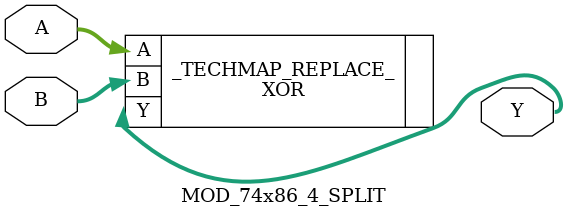
<source format=v>
module MOD_74x04_1 (A, Y);

parameter A_SIGNED = 0;
parameter A_WIDTH = 0;
parameter Y_WIDTH = 0;

input A;
output Y;

NOT _TECHMAP_REPLACE_(.A(A), .Y(Y));

endmodule



module MOD_74x04_2 (A, Y);

parameter A_SIGNED = 0;
parameter A_WIDTH = 0;
parameter Y_WIDTH = 0;

input [1:0] A;
output [1:0]Y;

NOT _TECHMAP_REPLACE_(.A(A), .Y(Y));

endmodule

module MOD_74x04_2_SPLIT (A, Y);

parameter A_SIGNED = 0;
parameter A_WIDTH = 0;
parameter Y_WIDTH = 0;

input [1:0] A;
output [1:0]Y;

NOT _TECHMAP_REPLACE_(.A(A), .Y(Y));

endmodule
module MOD_74x04_3 (A, Y);

parameter A_SIGNED = 0;
parameter A_WIDTH = 0;
parameter Y_WIDTH = 0;

input [2:0] A;
output [2:0]Y;

NOT _TECHMAP_REPLACE_(.A(A), .Y(Y));

endmodule

module MOD_74x04_3_SPLIT (A, Y);

parameter A_SIGNED = 0;
parameter A_WIDTH = 0;
parameter Y_WIDTH = 0;

input [2:0] A;
output [2:0]Y;

NOT _TECHMAP_REPLACE_(.A(A), .Y(Y));

endmodule


module MOD_74x04_4 (A, Y);

parameter A_SIGNED = 0;
parameter A_WIDTH = 0;
parameter Y_WIDTH = 0;

input [3:0] A;
output [3:0]Y;

NOT _TECHMAP_REPLACE_(.A(A), .Y(Y));

endmodule

module MOD_74x04_4_SPLIT (A, Y);

parameter A_SIGNED = 0;
parameter A_WIDTH = 0;
parameter Y_WIDTH = 0;

input [3:0] A;
output [3:0]Y;

NOT _TECHMAP_REPLACE_(.A(A), .Y(Y));

endmodule
module MOD_74x04_5 (A, Y);

parameter A_SIGNED = 0;
parameter A_WIDTH = 0;
parameter Y_WIDTH = 0;

input [4:0] A;
output [4:0]Y;

NOT _TECHMAP_REPLACE_(.A(A), .Y(Y));

endmodule

module MOD_74x04_5_SPLIT (A, Y);

parameter A_SIGNED = 0;
parameter A_WIDTH = 0;
parameter Y_WIDTH = 0;

input [4:0] A;
output [4:0]Y;

NOT _TECHMAP_REPLACE_(.A(A), .Y(Y));

endmodule
module MOD_74x04_6 (A, Y);

parameter A_SIGNED = 0;
parameter A_WIDTH = 0;
parameter Y_WIDTH = 0;

input [5:0] A;
output [5:0]Y;

NOT _TECHMAP_REPLACE_(.A(A), .Y(Y));

endmodule

module MOD_74x04_6_SPLIT (A, Y);

parameter A_SIGNED = 0;
parameter A_WIDTH = 0;
parameter Y_WIDTH = 0;

input [5:0] A;
output [5:0]Y;

NOT _TECHMAP_REPLACE_(.A(A), .Y(Y));

endmodule

module MOD_74x08_1 (A, B, Y);

parameter A_SIGNED = 0;
parameter B_SIGNED = 0;
parameter A_WIDTH = 0;
parameter B_WIDTH = 0;
parameter Y_WIDTH = 0;

input A;
input B;
output Y;

AND _TECHMAP_REPLACE_(.A(A), .B(B), .Y(Y));

endmodule
module MOD_74x08_2 (A, B, Y);

parameter A_SIGNED = 0;
parameter B_SIGNED = 0;
parameter A_WIDTH = 0;
parameter B_WIDTH = 0;
parameter Y_WIDTH = 0;

input [1:0] A;
input [1:0] B;
output [1:0] Y;

AND _TECHMAP_REPLACE_(.A(A), .B(B), .Y(Y));

endmodule

module MOD_74x08_2_SPLIT (A, B, Y);

parameter A_SIGNED = 0;
parameter B_SIGNED = 0;
parameter A_WIDTH = 0;
parameter B_WIDTH = 0;
parameter Y_WIDTH = 0;

input [1:0] A;
input [1:0] B;
output [1:0] Y;


AND _TECHMAP_REPLACE_(.A(A), .B(B), .Y(Y));

endmodule
module MOD_74x08_3 (A, B, Y);

parameter A_SIGNED = 0;
parameter B_SIGNED = 0;
parameter A_WIDTH = 0;
parameter B_WIDTH = 0;
parameter Y_WIDTH = 0;

input [2:0] A;
input [2:0] B;
output [2:0] Y;

AND _TECHMAP_REPLACE_(.A(A), .B(B), .Y(Y));

endmodule

module MOD_74x08_3_SPLIT (A, B, Y);

parameter A_SIGNED = 0;
parameter B_SIGNED = 0;
parameter A_WIDTH = 0;
parameter B_WIDTH = 0;
parameter Y_WIDTH = 0;

input [2:0] A;
input [2:0] B;
output [2:0] Y;


AND _TECHMAP_REPLACE_(.A(A), .B(B), .Y(Y));

endmodule
module MOD_74x08_4 (A, B, Y);

parameter A_SIGNED = 0;
parameter B_SIGNED = 0;
parameter A_WIDTH = 0;
parameter B_WIDTH = 0;
parameter Y_WIDTH = 0;

input [3:0] A;
input [3:0] B;
output [3:0] Y;

AND _TECHMAP_REPLACE_(.A(A), .B(B), .Y(Y));

endmodule

module MOD_74x08_4_SPLIT (A, B, Y);

parameter A_SIGNED = 0;
parameter B_SIGNED = 0;
parameter A_WIDTH = 0;
parameter B_WIDTH = 0;
parameter Y_WIDTH = 0;

input [3:0] A;
input [3:0] B;
output [3:0] Y;


AND _TECHMAP_REPLACE_(.A(A), .B(B), .Y(Y));

endmodule
module MOD_74x32_1 (A, B, Y);

parameter A_SIGNED = 0;
parameter B_SIGNED = 0;
parameter A_WIDTH = 0;
parameter B_WIDTH = 0;
parameter Y_WIDTH = 0;

input A;
input B;
output Y;

OR _TECHMAP_REPLACE_(.A(A), .B(B), .Y(Y));

endmodule
module MOD_74x32_2 (A, B, Y);

parameter A_SIGNED = 0;
parameter B_SIGNED = 0;
parameter A_WIDTH = 0;
parameter B_WIDTH = 0;
parameter Y_WIDTH = 0;

input [1:0] A;
input [1:0] B;
output [1:0] Y;

OR _TECHMAP_REPLACE_(.A(A), .B(B), .Y(Y));

endmodule

module MOD_74x32_2_SPLIT (A, B, Y);

parameter A_SIGNED = 0;
parameter B_SIGNED = 0;
parameter A_WIDTH = 0;
parameter B_WIDTH = 0;
parameter Y_WIDTH = 0;

input [1:0] A;
input [1:0] B;
output [1:0] Y;


OR _TECHMAP_REPLACE_(.A(A), .B(B), .Y(Y));

endmodule
module MOD_74x32_3 (A, B, Y);

parameter A_SIGNED = 0;
parameter B_SIGNED = 0;
parameter A_WIDTH = 0;
parameter B_WIDTH = 0;
parameter Y_WIDTH = 0;

input [2:0] A;
input [2:0] B;
output [2:0] Y;

OR _TECHMAP_REPLACE_(.A(A), .B(B), .Y(Y));

endmodule

module MOD_74x32_3_SPLIT (A, B, Y);

parameter A_SIGNED = 0;
parameter B_SIGNED = 0;
parameter A_WIDTH = 0;
parameter B_WIDTH = 0;
parameter Y_WIDTH = 0;

input [2:0] A;
input [2:0] B;
output [2:0] Y;


OR _TECHMAP_REPLACE_(.A(A), .B(B), .Y(Y));

endmodule
module MOD_74x32_4 (A, B, Y);

parameter A_SIGNED = 0;
parameter B_SIGNED = 0;
parameter A_WIDTH = 0;
parameter B_WIDTH = 0;
parameter Y_WIDTH = 0;

input [3:0] A;
input [3:0] B;
output [3:0] Y;

OR _TECHMAP_REPLACE_(.A(A), .B(B), .Y(Y));

endmodule

module MOD_74x32_4_SPLIT (A, B, Y);

parameter A_SIGNED = 0;
parameter B_SIGNED = 0;
parameter A_WIDTH = 0;
parameter B_WIDTH = 0;
parameter Y_WIDTH = 0;

input [3:0] A;
input [3:0] B;
output [3:0] Y;


OR _TECHMAP_REPLACE_(.A(A), .B(B), .Y(Y));

endmodule
module MOD_74x86_1 (A, B, Y);

parameter A_SIGNED = 0;
parameter B_SIGNED = 0;
parameter A_WIDTH = 0;
parameter B_WIDTH = 0;
parameter Y_WIDTH = 0;

input A;
input B;
output Y;

XOR _TECHMAP_REPLACE_(.A(A), .B(B), .Y(Y));

endmodule
module MOD_74x86_2 (A, B, Y);

parameter A_SIGNED = 0;
parameter B_SIGNED = 0;
parameter A_WIDTH = 0;
parameter B_WIDTH = 0;
parameter Y_WIDTH = 0;

input [1:0] A;
input [1:0] B;
output [1:0] Y;

XOR _TECHMAP_REPLACE_(.A(A), .B(B), .Y(Y));

endmodule

module MOD_74x86_2_SPLIT (A, B, Y);

parameter A_SIGNED = 0;
parameter B_SIGNED = 0;
parameter A_WIDTH = 0;
parameter B_WIDTH = 0;
parameter Y_WIDTH = 0;

input [1:0] A;
input [1:0] B;
output [1:0] Y;


XOR _TECHMAP_REPLACE_(.A(A), .B(B), .Y(Y));

endmodule
module MOD_74x86_3 (A, B, Y);

parameter A_SIGNED = 0;
parameter B_SIGNED = 0;
parameter A_WIDTH = 0;
parameter B_WIDTH = 0;
parameter Y_WIDTH = 0;

input [2:0] A;
input [2:0] B;
output [2:0] Y;

XOR _TECHMAP_REPLACE_(.A(A), .B(B), .Y(Y));

endmodule

module MOD_74x86_3_SPLIT (A, B, Y);

parameter A_SIGNED = 0;
parameter B_SIGNED = 0;
parameter A_WIDTH = 0;
parameter B_WIDTH = 0;
parameter Y_WIDTH = 0;

input [2:0] A;
input [2:0] B;
output [2:0] Y;


XOR _TECHMAP_REPLACE_(.A(A), .B(B), .Y(Y));

endmodule
module MOD_74x86_4 (A, B, Y);

parameter A_SIGNED = 0;
parameter B_SIGNED = 0;
parameter A_WIDTH = 0;
parameter B_WIDTH = 0;
parameter Y_WIDTH = 0;

input [3:0] A;
input [3:0] B;
output [3:0] Y;

XOR _TECHMAP_REPLACE_(.A(A), .B(B), .Y(Y));

endmodule

module MOD_74x86_4_SPLIT (A, B, Y);

parameter A_SIGNED = 0;
parameter B_SIGNED = 0;
parameter A_WIDTH = 0;
parameter B_WIDTH = 0;
parameter Y_WIDTH = 0;

input [3:0] A;
input [3:0] B;
output [3:0] Y;


XOR _TECHMAP_REPLACE_(.A(A), .B(B), .Y(Y));

endmodule

</source>
